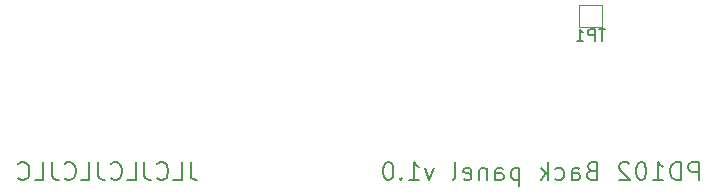
<source format=gbr>
%TF.GenerationSoftware,KiCad,Pcbnew,(5.1.6)-1*%
%TF.CreationDate,2020-11-22T20:04:26-08:00*%
%TF.ProjectId,vgavt1593-front,76676176-7431-4353-9933-2d66726f6e74,rev?*%
%TF.SameCoordinates,Original*%
%TF.FileFunction,Legend,Bot*%
%TF.FilePolarity,Positive*%
%FSLAX46Y46*%
G04 Gerber Fmt 4.6, Leading zero omitted, Abs format (unit mm)*
G04 Created by KiCad (PCBNEW (5.1.6)-1) date 2020-11-22 20:04:26*
%MOMM*%
%LPD*%
G01*
G04 APERTURE LIST*
%ADD10C,0.203200*%
%ADD11C,0.120000*%
%ADD12C,0.150000*%
G04 APERTURE END LIST*
D10*
X46409428Y-41075428D02*
X46409428Y-42164000D01*
X46482000Y-42381714D01*
X46627142Y-42526857D01*
X46844857Y-42599428D01*
X46990000Y-42599428D01*
X44958000Y-42599428D02*
X45683714Y-42599428D01*
X45683714Y-41075428D01*
X43579142Y-42454285D02*
X43651714Y-42526857D01*
X43869428Y-42599428D01*
X44014571Y-42599428D01*
X44232285Y-42526857D01*
X44377428Y-42381714D01*
X44450000Y-42236571D01*
X44522571Y-41946285D01*
X44522571Y-41728571D01*
X44450000Y-41438285D01*
X44377428Y-41293142D01*
X44232285Y-41148000D01*
X44014571Y-41075428D01*
X43869428Y-41075428D01*
X43651714Y-41148000D01*
X43579142Y-41220571D01*
X42490571Y-41075428D02*
X42490571Y-42164000D01*
X42563142Y-42381714D01*
X42708285Y-42526857D01*
X42926000Y-42599428D01*
X43071142Y-42599428D01*
X41039142Y-42599428D02*
X41764857Y-42599428D01*
X41764857Y-41075428D01*
X39660285Y-42454285D02*
X39732857Y-42526857D01*
X39950571Y-42599428D01*
X40095714Y-42599428D01*
X40313428Y-42526857D01*
X40458571Y-42381714D01*
X40531142Y-42236571D01*
X40603714Y-41946285D01*
X40603714Y-41728571D01*
X40531142Y-41438285D01*
X40458571Y-41293142D01*
X40313428Y-41148000D01*
X40095714Y-41075428D01*
X39950571Y-41075428D01*
X39732857Y-41148000D01*
X39660285Y-41220571D01*
X38571714Y-41075428D02*
X38571714Y-42164000D01*
X38644285Y-42381714D01*
X38789428Y-42526857D01*
X39007142Y-42599428D01*
X39152285Y-42599428D01*
X37120285Y-42599428D02*
X37846000Y-42599428D01*
X37846000Y-41075428D01*
X35741428Y-42454285D02*
X35814000Y-42526857D01*
X36031714Y-42599428D01*
X36176857Y-42599428D01*
X36394571Y-42526857D01*
X36539714Y-42381714D01*
X36612285Y-42236571D01*
X36684857Y-41946285D01*
X36684857Y-41728571D01*
X36612285Y-41438285D01*
X36539714Y-41293142D01*
X36394571Y-41148000D01*
X36176857Y-41075428D01*
X36031714Y-41075428D01*
X35814000Y-41148000D01*
X35741428Y-41220571D01*
X34652857Y-41075428D02*
X34652857Y-42164000D01*
X34725428Y-42381714D01*
X34870571Y-42526857D01*
X35088285Y-42599428D01*
X35233428Y-42599428D01*
X33201428Y-42599428D02*
X33927142Y-42599428D01*
X33927142Y-41075428D01*
X31822571Y-42454285D02*
X31895142Y-42526857D01*
X32112857Y-42599428D01*
X32258000Y-42599428D01*
X32475714Y-42526857D01*
X32620857Y-42381714D01*
X32693428Y-42236571D01*
X32766000Y-41946285D01*
X32766000Y-41728571D01*
X32693428Y-41438285D01*
X32620857Y-41293142D01*
X32475714Y-41148000D01*
X32258000Y-41075428D01*
X32112857Y-41075428D01*
X31895142Y-41148000D01*
X31822571Y-41220571D01*
X89421062Y-42599428D02*
X89421062Y-41075428D01*
X88840491Y-41075428D01*
X88695348Y-41148000D01*
X88622777Y-41220571D01*
X88550205Y-41365714D01*
X88550205Y-41583428D01*
X88622777Y-41728571D01*
X88695348Y-41801142D01*
X88840491Y-41873714D01*
X89421062Y-41873714D01*
X87897062Y-42599428D02*
X87897062Y-41075428D01*
X87534205Y-41075428D01*
X87316491Y-41148000D01*
X87171348Y-41293142D01*
X87098777Y-41438285D01*
X87026205Y-41728571D01*
X87026205Y-41946285D01*
X87098777Y-42236571D01*
X87171348Y-42381714D01*
X87316491Y-42526857D01*
X87534205Y-42599428D01*
X87897062Y-42599428D01*
X85574777Y-42599428D02*
X86445634Y-42599428D01*
X86010205Y-42599428D02*
X86010205Y-41075428D01*
X86155348Y-41293142D01*
X86300491Y-41438285D01*
X86445634Y-41510857D01*
X84631348Y-41075428D02*
X84486205Y-41075428D01*
X84341062Y-41148000D01*
X84268491Y-41220571D01*
X84195920Y-41365714D01*
X84123348Y-41656000D01*
X84123348Y-42018857D01*
X84195920Y-42309142D01*
X84268491Y-42454285D01*
X84341062Y-42526857D01*
X84486205Y-42599428D01*
X84631348Y-42599428D01*
X84776491Y-42526857D01*
X84849062Y-42454285D01*
X84921634Y-42309142D01*
X84994205Y-42018857D01*
X84994205Y-41656000D01*
X84921634Y-41365714D01*
X84849062Y-41220571D01*
X84776491Y-41148000D01*
X84631348Y-41075428D01*
X83542777Y-41220571D02*
X83470205Y-41148000D01*
X83325062Y-41075428D01*
X82962205Y-41075428D01*
X82817062Y-41148000D01*
X82744491Y-41220571D01*
X82671920Y-41365714D01*
X82671920Y-41510857D01*
X82744491Y-41728571D01*
X83615348Y-42599428D01*
X82671920Y-42599428D01*
X80349634Y-41801142D02*
X80131920Y-41873714D01*
X80059348Y-41946285D01*
X79986777Y-42091428D01*
X79986777Y-42309142D01*
X80059348Y-42454285D01*
X80131920Y-42526857D01*
X80277062Y-42599428D01*
X80857634Y-42599428D01*
X80857634Y-41075428D01*
X80349634Y-41075428D01*
X80204491Y-41148000D01*
X80131920Y-41220571D01*
X80059348Y-41365714D01*
X80059348Y-41510857D01*
X80131920Y-41656000D01*
X80204491Y-41728571D01*
X80349634Y-41801142D01*
X80857634Y-41801142D01*
X78680491Y-42599428D02*
X78680491Y-41801142D01*
X78753062Y-41656000D01*
X78898205Y-41583428D01*
X79188491Y-41583428D01*
X79333634Y-41656000D01*
X78680491Y-42526857D02*
X78825634Y-42599428D01*
X79188491Y-42599428D01*
X79333634Y-42526857D01*
X79406205Y-42381714D01*
X79406205Y-42236571D01*
X79333634Y-42091428D01*
X79188491Y-42018857D01*
X78825634Y-42018857D01*
X78680491Y-41946285D01*
X77301634Y-42526857D02*
X77446777Y-42599428D01*
X77737062Y-42599428D01*
X77882205Y-42526857D01*
X77954777Y-42454285D01*
X78027348Y-42309142D01*
X78027348Y-41873714D01*
X77954777Y-41728571D01*
X77882205Y-41656000D01*
X77737062Y-41583428D01*
X77446777Y-41583428D01*
X77301634Y-41656000D01*
X76648491Y-42599428D02*
X76648491Y-41075428D01*
X76503348Y-42018857D02*
X76067920Y-42599428D01*
X76067920Y-41583428D02*
X76648491Y-42164000D01*
X74253634Y-41583428D02*
X74253634Y-43107428D01*
X74253634Y-41656000D02*
X74108491Y-41583428D01*
X73818205Y-41583428D01*
X73673062Y-41656000D01*
X73600491Y-41728571D01*
X73527920Y-41873714D01*
X73527920Y-42309142D01*
X73600491Y-42454285D01*
X73673062Y-42526857D01*
X73818205Y-42599428D01*
X74108491Y-42599428D01*
X74253634Y-42526857D01*
X72221634Y-42599428D02*
X72221634Y-41801142D01*
X72294205Y-41656000D01*
X72439348Y-41583428D01*
X72729634Y-41583428D01*
X72874777Y-41656000D01*
X72221634Y-42526857D02*
X72366777Y-42599428D01*
X72729634Y-42599428D01*
X72874777Y-42526857D01*
X72947348Y-42381714D01*
X72947348Y-42236571D01*
X72874777Y-42091428D01*
X72729634Y-42018857D01*
X72366777Y-42018857D01*
X72221634Y-41946285D01*
X71495920Y-41583428D02*
X71495920Y-42599428D01*
X71495920Y-41728571D02*
X71423348Y-41656000D01*
X71278205Y-41583428D01*
X71060491Y-41583428D01*
X70915348Y-41656000D01*
X70842777Y-41801142D01*
X70842777Y-42599428D01*
X69536491Y-42526857D02*
X69681634Y-42599428D01*
X69971920Y-42599428D01*
X70117062Y-42526857D01*
X70189634Y-42381714D01*
X70189634Y-41801142D01*
X70117062Y-41656000D01*
X69971920Y-41583428D01*
X69681634Y-41583428D01*
X69536491Y-41656000D01*
X69463920Y-41801142D01*
X69463920Y-41946285D01*
X70189634Y-42091428D01*
X68593062Y-42599428D02*
X68738205Y-42526857D01*
X68810777Y-42381714D01*
X68810777Y-41075428D01*
X66996491Y-41583428D02*
X66633634Y-42599428D01*
X66270777Y-41583428D01*
X64891920Y-42599428D02*
X65762777Y-42599428D01*
X65327348Y-42599428D02*
X65327348Y-41075428D01*
X65472491Y-41293142D01*
X65617634Y-41438285D01*
X65762777Y-41510857D01*
X64238777Y-42454285D02*
X64166205Y-42526857D01*
X64238777Y-42599428D01*
X64311348Y-42526857D01*
X64238777Y-42454285D01*
X64238777Y-42599428D01*
X63222777Y-41075428D02*
X63077634Y-41075428D01*
X62932491Y-41148000D01*
X62859920Y-41220571D01*
X62787348Y-41365714D01*
X62714777Y-41656000D01*
X62714777Y-42018857D01*
X62787348Y-42309142D01*
X62859920Y-42454285D01*
X62932491Y-42526857D01*
X63077634Y-42599428D01*
X63222777Y-42599428D01*
X63367920Y-42526857D01*
X63440491Y-42454285D01*
X63513062Y-42309142D01*
X63585634Y-42018857D01*
X63585634Y-41656000D01*
X63513062Y-41365714D01*
X63440491Y-41220571D01*
X63367920Y-41148000D01*
X63222777Y-41075428D01*
D11*
%TO.C,TP1*%
X79314000Y-29652000D02*
X81214000Y-29652000D01*
X81214000Y-29652000D02*
X81214000Y-27752000D01*
X81214000Y-27752000D02*
X79314000Y-27752000D01*
X79314000Y-27752000D02*
X79314000Y-29652000D01*
D12*
X81525904Y-29802380D02*
X80954476Y-29802380D01*
X81240190Y-30802380D02*
X81240190Y-29802380D01*
X80621142Y-30802380D02*
X80621142Y-29802380D01*
X80240190Y-29802380D01*
X80144952Y-29850000D01*
X80097333Y-29897619D01*
X80049714Y-29992857D01*
X80049714Y-30135714D01*
X80097333Y-30230952D01*
X80144952Y-30278571D01*
X80240190Y-30326190D01*
X80621142Y-30326190D01*
X79097333Y-30802380D02*
X79668761Y-30802380D01*
X79383047Y-30802380D02*
X79383047Y-29802380D01*
X79478285Y-29945238D01*
X79573523Y-30040476D01*
X79668761Y-30088095D01*
%TD*%
M02*

</source>
